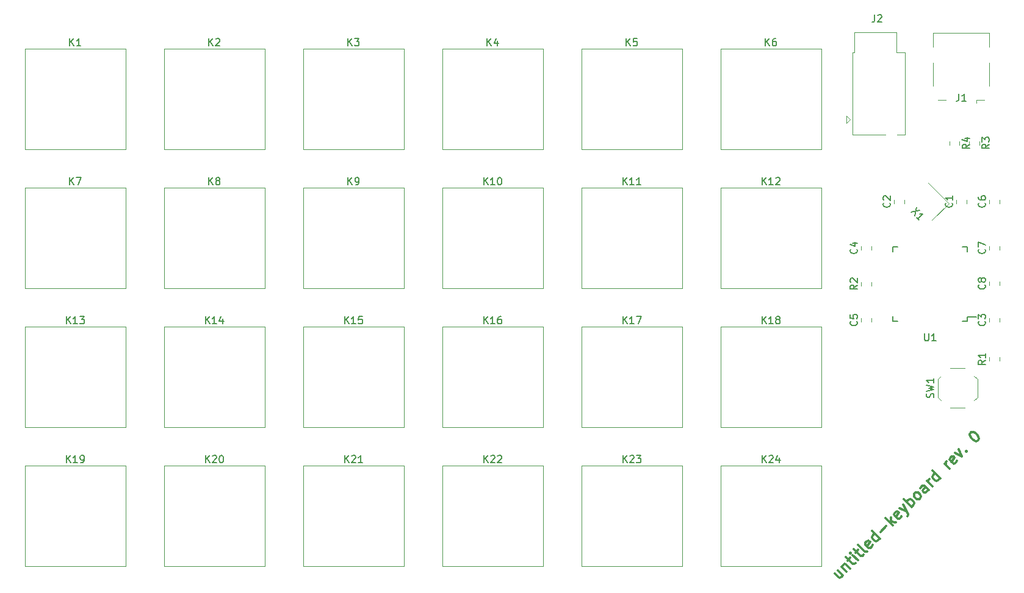
<source format=gto>
G04 #@! TF.GenerationSoftware,KiCad,Pcbnew,(5.1.5)-3*
G04 #@! TF.CreationDate,2020-01-02T00:08:27-06:00*
G04 #@! TF.ProjectId,untitled-keyboard-project,756e7469-746c-4656-942d-6b6579626f61,rev?*
G04 #@! TF.SameCoordinates,Original*
G04 #@! TF.FileFunction,Legend,Top*
G04 #@! TF.FilePolarity,Positive*
%FSLAX46Y46*%
G04 Gerber Fmt 4.6, Leading zero omitted, Abs format (unit mm)*
G04 Created by KiCad (PCBNEW (5.1.5)-3) date 2020-01-02 00:08:27*
%MOMM*%
%LPD*%
G04 APERTURE LIST*
%ADD10C,0.300000*%
%ADD11C,0.120000*%
%ADD12C,0.150000*%
G04 APERTURE END LIST*
D10*
X178972566Y-115720865D02*
X179679672Y-116427972D01*
X178517997Y-116175433D02*
X179073581Y-116731017D01*
X179225104Y-116781525D01*
X179376627Y-116731017D01*
X179528149Y-116579494D01*
X179578657Y-116427972D01*
X179578657Y-116326956D01*
X179477642Y-115215789D02*
X180184749Y-115922895D01*
X179578657Y-115316804D02*
X179578657Y-115215789D01*
X179629165Y-115064266D01*
X179780688Y-114912743D01*
X179932210Y-114862235D01*
X180083733Y-114912743D01*
X180639317Y-115468327D01*
X180285764Y-114407666D02*
X180689825Y-114003605D01*
X180083733Y-113902590D02*
X180992871Y-114811727D01*
X181144394Y-114862235D01*
X181295916Y-114811727D01*
X181396932Y-114710712D01*
X181750485Y-114357159D02*
X181043378Y-113650052D01*
X180689825Y-113296499D02*
X180689825Y-113397514D01*
X180790840Y-113397514D01*
X180790840Y-113296499D01*
X180689825Y-113296499D01*
X180790840Y-113397514D01*
X181396932Y-113296499D02*
X181800993Y-112892438D01*
X181194901Y-112791422D02*
X182104038Y-113700560D01*
X182255561Y-113751067D01*
X182407084Y-113700560D01*
X182508099Y-113599544D01*
X183013176Y-113094468D02*
X182861653Y-113144976D01*
X182710130Y-113094468D01*
X181800993Y-112185331D01*
X183770790Y-112235838D02*
X183720283Y-112387361D01*
X183518252Y-112589392D01*
X183366729Y-112639900D01*
X183215206Y-112589392D01*
X182811145Y-112185331D01*
X182760638Y-112033808D01*
X182811145Y-111882285D01*
X183013176Y-111680255D01*
X183164699Y-111629747D01*
X183316222Y-111680255D01*
X183417237Y-111781270D01*
X183013176Y-112387361D01*
X184780943Y-111326701D02*
X183720283Y-110266041D01*
X184730435Y-111276194D02*
X184679927Y-111427716D01*
X184477897Y-111629747D01*
X184326374Y-111680255D01*
X184225359Y-111680255D01*
X184073836Y-111629747D01*
X183770790Y-111326701D01*
X183720283Y-111175178D01*
X183720283Y-111074163D01*
X183770790Y-110922640D01*
X183972821Y-110720610D01*
X184124344Y-110670102D01*
X184881958Y-110417564D02*
X185690080Y-109609442D01*
X186599217Y-109508427D02*
X185538557Y-108447766D01*
X186296172Y-109003350D02*
X187003278Y-109104366D01*
X186296172Y-108397259D02*
X186296172Y-109205381D01*
X187811400Y-108195228D02*
X187760893Y-108346751D01*
X187558862Y-108548782D01*
X187407339Y-108599289D01*
X187255816Y-108548782D01*
X186851755Y-108144721D01*
X186801248Y-107993198D01*
X186851755Y-107841675D01*
X187053786Y-107639644D01*
X187205309Y-107589137D01*
X187356832Y-107639644D01*
X187457847Y-107740660D01*
X187053786Y-108346751D01*
X187558862Y-107134568D02*
X188518507Y-107589137D01*
X188063938Y-106629492D02*
X188518507Y-107589137D01*
X188670030Y-107942690D01*
X188670030Y-108043705D01*
X188619522Y-108195228D01*
X189175106Y-106932538D02*
X188114446Y-105871877D01*
X188518507Y-106275938D02*
X188569015Y-106124416D01*
X188771045Y-105922385D01*
X188922568Y-105871877D01*
X189023583Y-105871877D01*
X189175106Y-105922385D01*
X189478152Y-106225431D01*
X189528660Y-106376954D01*
X189528660Y-106477969D01*
X189478152Y-106629492D01*
X189276122Y-106831522D01*
X189124599Y-106882030D01*
X190286274Y-105821370D02*
X190134751Y-105871877D01*
X190033736Y-105871877D01*
X189882213Y-105821370D01*
X189579167Y-105518324D01*
X189528660Y-105366801D01*
X189528660Y-105265786D01*
X189579167Y-105114263D01*
X189730690Y-104962740D01*
X189882213Y-104912233D01*
X189983228Y-104912233D01*
X190134751Y-104962740D01*
X190437797Y-105265786D01*
X190488305Y-105417309D01*
X190488305Y-105518324D01*
X190437797Y-105669847D01*
X190286274Y-105821370D01*
X191548965Y-104558679D02*
X190993381Y-104003095D01*
X190841858Y-103952588D01*
X190690335Y-104003095D01*
X190488305Y-104205126D01*
X190437797Y-104356649D01*
X191498457Y-104508172D02*
X191447950Y-104659694D01*
X191195411Y-104912233D01*
X191043888Y-104962740D01*
X190892366Y-104912233D01*
X190791350Y-104811217D01*
X190740843Y-104659694D01*
X190791350Y-104508172D01*
X191043888Y-104255633D01*
X191094396Y-104104111D01*
X192054041Y-104053603D02*
X191346934Y-103346496D01*
X191548965Y-103548527D02*
X191498457Y-103397004D01*
X191498457Y-103295988D01*
X191548965Y-103144466D01*
X191649980Y-103043450D01*
X193165209Y-102942435D02*
X192104549Y-101881775D01*
X193114701Y-102891927D02*
X193064194Y-103043450D01*
X192862163Y-103245481D01*
X192710640Y-103295988D01*
X192609625Y-103295988D01*
X192458102Y-103245481D01*
X192155056Y-102942435D01*
X192104549Y-102790912D01*
X192104549Y-102689897D01*
X192155056Y-102538374D01*
X192357087Y-102336344D01*
X192508610Y-102285836D01*
X194478407Y-101629237D02*
X193771300Y-100922130D01*
X193973331Y-101124161D02*
X193922823Y-100972638D01*
X193922823Y-100871622D01*
X193973331Y-100720099D01*
X194074346Y-100619084D01*
X195488560Y-100518069D02*
X195438052Y-100669592D01*
X195236022Y-100871622D01*
X195084499Y-100922130D01*
X194932976Y-100871622D01*
X194528915Y-100467561D01*
X194478407Y-100316038D01*
X194528915Y-100164516D01*
X194730945Y-99962485D01*
X194882468Y-99911977D01*
X195033991Y-99962485D01*
X195135006Y-100063500D01*
X194730945Y-100669592D01*
X195236022Y-99457409D02*
X196195666Y-99911977D01*
X195741098Y-98952333D01*
X196751250Y-99154363D02*
X196852266Y-99154363D01*
X196852266Y-99255378D01*
X196751250Y-99255378D01*
X196751250Y-99154363D01*
X196852266Y-99255378D01*
X197306834Y-96679489D02*
X197407850Y-96578474D01*
X197559372Y-96527966D01*
X197660388Y-96527966D01*
X197811911Y-96578474D01*
X198064449Y-96729997D01*
X198316987Y-96982535D01*
X198468510Y-97235073D01*
X198519017Y-97386596D01*
X198519017Y-97487611D01*
X198468510Y-97639134D01*
X198367494Y-97740149D01*
X198215972Y-97790657D01*
X198114956Y-97790657D01*
X197963433Y-97740149D01*
X197710895Y-97588627D01*
X197458357Y-97336088D01*
X197306834Y-97083550D01*
X197256327Y-96932027D01*
X197256327Y-96831012D01*
X197306834Y-96679489D01*
D11*
X124079000Y-115189000D02*
X124079000Y-101219000D01*
X138049000Y-115189000D02*
X124079000Y-115189000D01*
X138049000Y-101219000D02*
X138049000Y-115189000D01*
X124079000Y-101219000D02*
X138049000Y-101219000D01*
X192830000Y-91674000D02*
X192830000Y-89174000D01*
X194580000Y-93174000D02*
X196580000Y-93174000D01*
X198330000Y-91674000D02*
X198330000Y-89174000D01*
X194580000Y-87674000D02*
X196580000Y-87674000D01*
X193280000Y-92124000D02*
X192830000Y-91674000D01*
X193280000Y-88724000D02*
X192830000Y-89174000D01*
X197880000Y-88724000D02*
X198330000Y-89174000D01*
X197880000Y-92124000D02*
X198330000Y-91674000D01*
X201370000Y-86667078D02*
X201370000Y-86149922D01*
X199950000Y-86667078D02*
X199950000Y-86149922D01*
X201370000Y-64774578D02*
X201370000Y-64257422D01*
X199950000Y-64774578D02*
X199950000Y-64257422D01*
X201370000Y-81221078D02*
X201370000Y-80703922D01*
X199950000Y-81221078D02*
X199950000Y-80703922D01*
X201370000Y-71203078D02*
X201370000Y-70685922D01*
X199950000Y-71203078D02*
X199950000Y-70685922D01*
D12*
X196945000Y-80546000D02*
X198220000Y-80546000D01*
X186595000Y-81121000D02*
X187270000Y-81121000D01*
X186595000Y-70771000D02*
X187270000Y-70771000D01*
X196945000Y-70771000D02*
X196270000Y-70771000D01*
X196945000Y-81121000D02*
X196270000Y-81121000D01*
X196945000Y-70771000D02*
X196945000Y-71446000D01*
X186595000Y-70771000D02*
X186595000Y-71446000D01*
X186595000Y-81121000D02*
X186595000Y-80446000D01*
X196945000Y-81121000D02*
X196945000Y-80546000D01*
D11*
X201370000Y-76156078D02*
X201370000Y-75638922D01*
X199950000Y-76156078D02*
X199950000Y-75638922D01*
X188162000Y-64774578D02*
X188162000Y-64257422D01*
X186742000Y-64774578D02*
X186742000Y-64257422D01*
X196798000Y-64774578D02*
X196798000Y-64257422D01*
X195378000Y-64774578D02*
X195378000Y-64257422D01*
X199998000Y-41080000D02*
X199998000Y-43030000D01*
X199998000Y-45250000D02*
X199998000Y-48480000D01*
X199278000Y-50400000D02*
X198198000Y-50400000D01*
X193978000Y-50400000D02*
X192898000Y-50400000D01*
X192178000Y-45250000D02*
X192178000Y-48480000D01*
X192178000Y-41080000D02*
X192178000Y-43030000D01*
X198198000Y-50400000D02*
X198198000Y-50830000D01*
X192178000Y-41080000D02*
X199998000Y-41080000D01*
X194428000Y-56129422D02*
X194428000Y-56646578D01*
X195848000Y-56129422D02*
X195848000Y-56646578D01*
X197156000Y-56129422D02*
X197156000Y-56646578D01*
X198576000Y-56129422D02*
X198576000Y-56646578D01*
X183590000Y-76204578D02*
X183590000Y-75687422D01*
X182170000Y-76204578D02*
X182170000Y-75687422D01*
X181264000Y-43786000D02*
X181264000Y-40986000D01*
X187064000Y-43786000D02*
X187064000Y-40986000D01*
X188264000Y-43786000D02*
X188264000Y-55186000D01*
X187064000Y-40986000D02*
X181264000Y-40986000D01*
X180964000Y-43786000D02*
X181264000Y-43786000D01*
X187064000Y-43786000D02*
X188264000Y-43786000D01*
X188264000Y-55186000D02*
X187164000Y-55186000D01*
X180964000Y-55186000D02*
X185564000Y-55186000D01*
X180964000Y-43786000D02*
X180964000Y-55186000D01*
X180664000Y-53086000D02*
X180164000Y-52586000D01*
X180164000Y-52586000D02*
X180164000Y-53586000D01*
X180164000Y-53586000D02*
X180664000Y-53086000D01*
X182170000Y-81236078D02*
X182170000Y-80718922D01*
X183590000Y-81236078D02*
X183590000Y-80718922D01*
X183590000Y-71203078D02*
X183590000Y-70685922D01*
X182170000Y-71203078D02*
X182170000Y-70685922D01*
X192017487Y-67096940D02*
X194350940Y-64763487D01*
X194350940Y-64763487D02*
X191522513Y-61935060D01*
X66167000Y-43307000D02*
X80137000Y-43307000D01*
X80137000Y-43307000D02*
X80137000Y-57277000D01*
X80137000Y-57277000D02*
X66167000Y-57277000D01*
X66167000Y-57277000D02*
X66167000Y-43307000D01*
X85471000Y-43307000D02*
X99441000Y-43307000D01*
X99441000Y-43307000D02*
X99441000Y-57277000D01*
X99441000Y-57277000D02*
X85471000Y-57277000D01*
X85471000Y-57277000D02*
X85471000Y-43307000D01*
X104775000Y-43307000D02*
X118745000Y-43307000D01*
X118745000Y-43307000D02*
X118745000Y-57277000D01*
X118745000Y-57277000D02*
X104775000Y-57277000D01*
X104775000Y-57277000D02*
X104775000Y-43307000D01*
X124079000Y-43307000D02*
X138049000Y-43307000D01*
X138049000Y-43307000D02*
X138049000Y-57277000D01*
X138049000Y-57277000D02*
X124079000Y-57277000D01*
X124079000Y-57277000D02*
X124079000Y-43307000D01*
X143383000Y-57277000D02*
X143383000Y-43307000D01*
X157353000Y-57277000D02*
X143383000Y-57277000D01*
X157353000Y-43307000D02*
X157353000Y-57277000D01*
X143383000Y-43307000D02*
X157353000Y-43307000D01*
X162687000Y-57277000D02*
X162687000Y-43307000D01*
X176657000Y-57277000D02*
X162687000Y-57277000D01*
X176657000Y-43307000D02*
X176657000Y-57277000D01*
X162687000Y-43307000D02*
X176657000Y-43307000D01*
X66167000Y-62611000D02*
X80137000Y-62611000D01*
X80137000Y-62611000D02*
X80137000Y-76581000D01*
X80137000Y-76581000D02*
X66167000Y-76581000D01*
X66167000Y-76581000D02*
X66167000Y-62611000D01*
X85471000Y-62611000D02*
X99441000Y-62611000D01*
X99441000Y-62611000D02*
X99441000Y-76581000D01*
X99441000Y-76581000D02*
X85471000Y-76581000D01*
X85471000Y-76581000D02*
X85471000Y-62611000D01*
X104775000Y-62611000D02*
X118745000Y-62611000D01*
X118745000Y-62611000D02*
X118745000Y-76581000D01*
X118745000Y-76581000D02*
X104775000Y-76581000D01*
X104775000Y-76581000D02*
X104775000Y-62611000D01*
X124079000Y-62611000D02*
X138049000Y-62611000D01*
X138049000Y-62611000D02*
X138049000Y-76581000D01*
X138049000Y-76581000D02*
X124079000Y-76581000D01*
X124079000Y-76581000D02*
X124079000Y-62611000D01*
X143383000Y-76581000D02*
X143383000Y-62611000D01*
X157353000Y-76581000D02*
X143383000Y-76581000D01*
X157353000Y-62611000D02*
X157353000Y-76581000D01*
X143383000Y-62611000D02*
X157353000Y-62611000D01*
X162687000Y-76581000D02*
X162687000Y-62611000D01*
X176657000Y-76581000D02*
X162687000Y-76581000D01*
X176657000Y-62611000D02*
X176657000Y-76581000D01*
X162687000Y-62611000D02*
X176657000Y-62611000D01*
X66167000Y-95885000D02*
X66167000Y-81915000D01*
X80137000Y-95885000D02*
X66167000Y-95885000D01*
X80137000Y-81915000D02*
X80137000Y-95885000D01*
X66167000Y-81915000D02*
X80137000Y-81915000D01*
X85471000Y-95885000D02*
X85471000Y-81915000D01*
X99441000Y-95885000D02*
X85471000Y-95885000D01*
X99441000Y-81915000D02*
X99441000Y-95885000D01*
X85471000Y-81915000D02*
X99441000Y-81915000D01*
X104775000Y-95885000D02*
X104775000Y-81915000D01*
X118745000Y-95885000D02*
X104775000Y-95885000D01*
X118745000Y-81915000D02*
X118745000Y-95885000D01*
X104775000Y-81915000D02*
X118745000Y-81915000D01*
X124079000Y-95885000D02*
X124079000Y-81915000D01*
X138049000Y-95885000D02*
X124079000Y-95885000D01*
X138049000Y-81915000D02*
X138049000Y-95885000D01*
X124079000Y-81915000D02*
X138049000Y-81915000D01*
X143383000Y-81915000D02*
X157353000Y-81915000D01*
X157353000Y-81915000D02*
X157353000Y-95885000D01*
X157353000Y-95885000D02*
X143383000Y-95885000D01*
X143383000Y-95885000D02*
X143383000Y-81915000D01*
X162687000Y-95885000D02*
X162687000Y-81915000D01*
X176657000Y-95885000D02*
X162687000Y-95885000D01*
X176657000Y-81915000D02*
X176657000Y-95885000D01*
X162687000Y-81915000D02*
X176657000Y-81915000D01*
X66167000Y-115189000D02*
X66167000Y-101219000D01*
X80137000Y-115189000D02*
X66167000Y-115189000D01*
X80137000Y-101219000D02*
X80137000Y-115189000D01*
X66167000Y-101219000D02*
X80137000Y-101219000D01*
X85471000Y-115189000D02*
X85471000Y-101219000D01*
X99441000Y-115189000D02*
X85471000Y-115189000D01*
X99441000Y-101219000D02*
X99441000Y-115189000D01*
X85471000Y-101219000D02*
X99441000Y-101219000D01*
X104775000Y-101219000D02*
X118745000Y-101219000D01*
X118745000Y-101219000D02*
X118745000Y-115189000D01*
X118745000Y-115189000D02*
X104775000Y-115189000D01*
X104775000Y-115189000D02*
X104775000Y-101219000D01*
X143383000Y-101219000D02*
X157353000Y-101219000D01*
X157353000Y-101219000D02*
X157353000Y-115189000D01*
X157353000Y-115189000D02*
X143383000Y-115189000D01*
X143383000Y-115189000D02*
X143383000Y-101219000D01*
X162687000Y-101219000D02*
X176657000Y-101219000D01*
X176657000Y-101219000D02*
X176657000Y-115189000D01*
X176657000Y-115189000D02*
X162687000Y-115189000D01*
X162687000Y-115189000D02*
X162687000Y-101219000D01*
D12*
X129849714Y-100782380D02*
X129849714Y-99782380D01*
X130421142Y-100782380D02*
X129992571Y-100210952D01*
X130421142Y-99782380D02*
X129849714Y-100353809D01*
X130802095Y-99877619D02*
X130849714Y-99830000D01*
X130944952Y-99782380D01*
X131183047Y-99782380D01*
X131278285Y-99830000D01*
X131325904Y-99877619D01*
X131373523Y-99972857D01*
X131373523Y-100068095D01*
X131325904Y-100210952D01*
X130754476Y-100782380D01*
X131373523Y-100782380D01*
X131754476Y-99877619D02*
X131802095Y-99830000D01*
X131897333Y-99782380D01*
X132135428Y-99782380D01*
X132230666Y-99830000D01*
X132278285Y-99877619D01*
X132325904Y-99972857D01*
X132325904Y-100068095D01*
X132278285Y-100210952D01*
X131706857Y-100782380D01*
X132325904Y-100782380D01*
X192234761Y-91757333D02*
X192282380Y-91614476D01*
X192282380Y-91376380D01*
X192234761Y-91281142D01*
X192187142Y-91233523D01*
X192091904Y-91185904D01*
X191996666Y-91185904D01*
X191901428Y-91233523D01*
X191853809Y-91281142D01*
X191806190Y-91376380D01*
X191758571Y-91566857D01*
X191710952Y-91662095D01*
X191663333Y-91709714D01*
X191568095Y-91757333D01*
X191472857Y-91757333D01*
X191377619Y-91709714D01*
X191330000Y-91662095D01*
X191282380Y-91566857D01*
X191282380Y-91328761D01*
X191330000Y-91185904D01*
X191282380Y-90852571D02*
X192282380Y-90614476D01*
X191568095Y-90424000D01*
X192282380Y-90233523D01*
X191282380Y-89995428D01*
X192282380Y-89090666D02*
X192282380Y-89662095D01*
X192282380Y-89376380D02*
X191282380Y-89376380D01*
X191425238Y-89471619D01*
X191520476Y-89566857D01*
X191568095Y-89662095D01*
X199462380Y-86575166D02*
X198986190Y-86908500D01*
X199462380Y-87146595D02*
X198462380Y-87146595D01*
X198462380Y-86765642D01*
X198510000Y-86670404D01*
X198557619Y-86622785D01*
X198652857Y-86575166D01*
X198795714Y-86575166D01*
X198890952Y-86622785D01*
X198938571Y-86670404D01*
X198986190Y-86765642D01*
X198986190Y-87146595D01*
X199462380Y-85622785D02*
X199462380Y-86194214D01*
X199462380Y-85908500D02*
X198462380Y-85908500D01*
X198605238Y-86003738D01*
X198700476Y-86098976D01*
X198748095Y-86194214D01*
X199367142Y-64682666D02*
X199414761Y-64730285D01*
X199462380Y-64873142D01*
X199462380Y-64968380D01*
X199414761Y-65111238D01*
X199319523Y-65206476D01*
X199224285Y-65254095D01*
X199033809Y-65301714D01*
X198890952Y-65301714D01*
X198700476Y-65254095D01*
X198605238Y-65206476D01*
X198510000Y-65111238D01*
X198462380Y-64968380D01*
X198462380Y-64873142D01*
X198510000Y-64730285D01*
X198557619Y-64682666D01*
X198462380Y-63825523D02*
X198462380Y-64016000D01*
X198510000Y-64111238D01*
X198557619Y-64158857D01*
X198700476Y-64254095D01*
X198890952Y-64301714D01*
X199271904Y-64301714D01*
X199367142Y-64254095D01*
X199414761Y-64206476D01*
X199462380Y-64111238D01*
X199462380Y-63920761D01*
X199414761Y-63825523D01*
X199367142Y-63777904D01*
X199271904Y-63730285D01*
X199033809Y-63730285D01*
X198938571Y-63777904D01*
X198890952Y-63825523D01*
X198843333Y-63920761D01*
X198843333Y-64111238D01*
X198890952Y-64206476D01*
X198938571Y-64254095D01*
X199033809Y-64301714D01*
X199367142Y-81129166D02*
X199414761Y-81176785D01*
X199462380Y-81319642D01*
X199462380Y-81414880D01*
X199414761Y-81557738D01*
X199319523Y-81652976D01*
X199224285Y-81700595D01*
X199033809Y-81748214D01*
X198890952Y-81748214D01*
X198700476Y-81700595D01*
X198605238Y-81652976D01*
X198510000Y-81557738D01*
X198462380Y-81414880D01*
X198462380Y-81319642D01*
X198510000Y-81176785D01*
X198557619Y-81129166D01*
X198462380Y-80795833D02*
X198462380Y-80176785D01*
X198843333Y-80510119D01*
X198843333Y-80367261D01*
X198890952Y-80272023D01*
X198938571Y-80224404D01*
X199033809Y-80176785D01*
X199271904Y-80176785D01*
X199367142Y-80224404D01*
X199414761Y-80272023D01*
X199462380Y-80367261D01*
X199462380Y-80652976D01*
X199414761Y-80748214D01*
X199367142Y-80795833D01*
X199367142Y-71111166D02*
X199414761Y-71158785D01*
X199462380Y-71301642D01*
X199462380Y-71396880D01*
X199414761Y-71539738D01*
X199319523Y-71634976D01*
X199224285Y-71682595D01*
X199033809Y-71730214D01*
X198890952Y-71730214D01*
X198700476Y-71682595D01*
X198605238Y-71634976D01*
X198510000Y-71539738D01*
X198462380Y-71396880D01*
X198462380Y-71301642D01*
X198510000Y-71158785D01*
X198557619Y-71111166D01*
X198462380Y-70777833D02*
X198462380Y-70111166D01*
X199462380Y-70539738D01*
X191008095Y-82848380D02*
X191008095Y-83657904D01*
X191055714Y-83753142D01*
X191103333Y-83800761D01*
X191198571Y-83848380D01*
X191389047Y-83848380D01*
X191484285Y-83800761D01*
X191531904Y-83753142D01*
X191579523Y-83657904D01*
X191579523Y-82848380D01*
X192579523Y-83848380D02*
X192008095Y-83848380D01*
X192293809Y-83848380D02*
X192293809Y-82848380D01*
X192198571Y-82991238D01*
X192103333Y-83086476D01*
X192008095Y-83134095D01*
X199367142Y-76064166D02*
X199414761Y-76111785D01*
X199462380Y-76254642D01*
X199462380Y-76349880D01*
X199414761Y-76492738D01*
X199319523Y-76587976D01*
X199224285Y-76635595D01*
X199033809Y-76683214D01*
X198890952Y-76683214D01*
X198700476Y-76635595D01*
X198605238Y-76587976D01*
X198510000Y-76492738D01*
X198462380Y-76349880D01*
X198462380Y-76254642D01*
X198510000Y-76111785D01*
X198557619Y-76064166D01*
X198890952Y-75492738D02*
X198843333Y-75587976D01*
X198795714Y-75635595D01*
X198700476Y-75683214D01*
X198652857Y-75683214D01*
X198557619Y-75635595D01*
X198510000Y-75587976D01*
X198462380Y-75492738D01*
X198462380Y-75302261D01*
X198510000Y-75207023D01*
X198557619Y-75159404D01*
X198652857Y-75111785D01*
X198700476Y-75111785D01*
X198795714Y-75159404D01*
X198843333Y-75207023D01*
X198890952Y-75302261D01*
X198890952Y-75492738D01*
X198938571Y-75587976D01*
X198986190Y-75635595D01*
X199081428Y-75683214D01*
X199271904Y-75683214D01*
X199367142Y-75635595D01*
X199414761Y-75587976D01*
X199462380Y-75492738D01*
X199462380Y-75302261D01*
X199414761Y-75207023D01*
X199367142Y-75159404D01*
X199271904Y-75111785D01*
X199081428Y-75111785D01*
X198986190Y-75159404D01*
X198938571Y-75207023D01*
X198890952Y-75302261D01*
X186159142Y-64682666D02*
X186206761Y-64730285D01*
X186254380Y-64873142D01*
X186254380Y-64968380D01*
X186206761Y-65111238D01*
X186111523Y-65206476D01*
X186016285Y-65254095D01*
X185825809Y-65301714D01*
X185682952Y-65301714D01*
X185492476Y-65254095D01*
X185397238Y-65206476D01*
X185302000Y-65111238D01*
X185254380Y-64968380D01*
X185254380Y-64873142D01*
X185302000Y-64730285D01*
X185349619Y-64682666D01*
X185349619Y-64301714D02*
X185302000Y-64254095D01*
X185254380Y-64158857D01*
X185254380Y-63920761D01*
X185302000Y-63825523D01*
X185349619Y-63777904D01*
X185444857Y-63730285D01*
X185540095Y-63730285D01*
X185682952Y-63777904D01*
X186254380Y-64349333D01*
X186254380Y-63730285D01*
X194795142Y-64682666D02*
X194842761Y-64730285D01*
X194890380Y-64873142D01*
X194890380Y-64968380D01*
X194842761Y-65111238D01*
X194747523Y-65206476D01*
X194652285Y-65254095D01*
X194461809Y-65301714D01*
X194318952Y-65301714D01*
X194128476Y-65254095D01*
X194033238Y-65206476D01*
X193938000Y-65111238D01*
X193890380Y-64968380D01*
X193890380Y-64873142D01*
X193938000Y-64730285D01*
X193985619Y-64682666D01*
X194890380Y-63730285D02*
X194890380Y-64301714D01*
X194890380Y-64016000D02*
X193890380Y-64016000D01*
X194033238Y-64111238D01*
X194128476Y-64206476D01*
X194176095Y-64301714D01*
X195754666Y-49554880D02*
X195754666Y-50269166D01*
X195707047Y-50412023D01*
X195611809Y-50507261D01*
X195468952Y-50554880D01*
X195373714Y-50554880D01*
X196754666Y-50554880D02*
X196183238Y-50554880D01*
X196468952Y-50554880D02*
X196468952Y-49554880D01*
X196373714Y-49697738D01*
X196278476Y-49792976D01*
X196183238Y-49840595D01*
X197240380Y-56554666D02*
X196764190Y-56888000D01*
X197240380Y-57126095D02*
X196240380Y-57126095D01*
X196240380Y-56745142D01*
X196288000Y-56649904D01*
X196335619Y-56602285D01*
X196430857Y-56554666D01*
X196573714Y-56554666D01*
X196668952Y-56602285D01*
X196716571Y-56649904D01*
X196764190Y-56745142D01*
X196764190Y-57126095D01*
X196573714Y-55697523D02*
X197240380Y-55697523D01*
X196192761Y-55935619D02*
X196907047Y-56173714D01*
X196907047Y-55554666D01*
X199968380Y-56554666D02*
X199492190Y-56888000D01*
X199968380Y-57126095D02*
X198968380Y-57126095D01*
X198968380Y-56745142D01*
X199016000Y-56649904D01*
X199063619Y-56602285D01*
X199158857Y-56554666D01*
X199301714Y-56554666D01*
X199396952Y-56602285D01*
X199444571Y-56649904D01*
X199492190Y-56745142D01*
X199492190Y-57126095D01*
X198968380Y-56221333D02*
X198968380Y-55602285D01*
X199349333Y-55935619D01*
X199349333Y-55792761D01*
X199396952Y-55697523D01*
X199444571Y-55649904D01*
X199539809Y-55602285D01*
X199777904Y-55602285D01*
X199873142Y-55649904D01*
X199920761Y-55697523D01*
X199968380Y-55792761D01*
X199968380Y-56078476D01*
X199920761Y-56173714D01*
X199873142Y-56221333D01*
X181682380Y-76112666D02*
X181206190Y-76446000D01*
X181682380Y-76684095D02*
X180682380Y-76684095D01*
X180682380Y-76303142D01*
X180730000Y-76207904D01*
X180777619Y-76160285D01*
X180872857Y-76112666D01*
X181015714Y-76112666D01*
X181110952Y-76160285D01*
X181158571Y-76207904D01*
X181206190Y-76303142D01*
X181206190Y-76684095D01*
X180777619Y-75731714D02*
X180730000Y-75684095D01*
X180682380Y-75588857D01*
X180682380Y-75350761D01*
X180730000Y-75255523D01*
X180777619Y-75207904D01*
X180872857Y-75160285D01*
X180968095Y-75160285D01*
X181110952Y-75207904D01*
X181682380Y-75779333D01*
X181682380Y-75160285D01*
X184070666Y-38568380D02*
X184070666Y-39282666D01*
X184023047Y-39425523D01*
X183927809Y-39520761D01*
X183784952Y-39568380D01*
X183689714Y-39568380D01*
X184499238Y-38663619D02*
X184546857Y-38616000D01*
X184642095Y-38568380D01*
X184880190Y-38568380D01*
X184975428Y-38616000D01*
X185023047Y-38663619D01*
X185070666Y-38758857D01*
X185070666Y-38854095D01*
X185023047Y-38996952D01*
X184451619Y-39568380D01*
X185070666Y-39568380D01*
X181587142Y-81144166D02*
X181634761Y-81191785D01*
X181682380Y-81334642D01*
X181682380Y-81429880D01*
X181634761Y-81572738D01*
X181539523Y-81667976D01*
X181444285Y-81715595D01*
X181253809Y-81763214D01*
X181110952Y-81763214D01*
X180920476Y-81715595D01*
X180825238Y-81667976D01*
X180730000Y-81572738D01*
X180682380Y-81429880D01*
X180682380Y-81334642D01*
X180730000Y-81191785D01*
X180777619Y-81144166D01*
X180682380Y-80239404D02*
X180682380Y-80715595D01*
X181158571Y-80763214D01*
X181110952Y-80715595D01*
X181063333Y-80620357D01*
X181063333Y-80382261D01*
X181110952Y-80287023D01*
X181158571Y-80239404D01*
X181253809Y-80191785D01*
X181491904Y-80191785D01*
X181587142Y-80239404D01*
X181634761Y-80287023D01*
X181682380Y-80382261D01*
X181682380Y-80620357D01*
X181634761Y-80715595D01*
X181587142Y-80763214D01*
X181587142Y-71111166D02*
X181634761Y-71158785D01*
X181682380Y-71301642D01*
X181682380Y-71396880D01*
X181634761Y-71539738D01*
X181539523Y-71634976D01*
X181444285Y-71682595D01*
X181253809Y-71730214D01*
X181110952Y-71730214D01*
X180920476Y-71682595D01*
X180825238Y-71634976D01*
X180730000Y-71539738D01*
X180682380Y-71396880D01*
X180682380Y-71301642D01*
X180730000Y-71158785D01*
X180777619Y-71111166D01*
X181015714Y-70254023D02*
X181682380Y-70254023D01*
X180634761Y-70492119D02*
X181349047Y-70730214D01*
X181349047Y-70111166D01*
X189852393Y-65288767D02*
X189616691Y-66467278D01*
X190323797Y-65760171D02*
X189145286Y-65995873D01*
X190256454Y-67107041D02*
X189852393Y-66702980D01*
X190054423Y-66905011D02*
X190761530Y-66197904D01*
X190593171Y-66231576D01*
X190458484Y-66231576D01*
X190357469Y-66197904D01*
X72413904Y-42870380D02*
X72413904Y-41870380D01*
X72985333Y-42870380D02*
X72556761Y-42298952D01*
X72985333Y-41870380D02*
X72413904Y-42441809D01*
X73937714Y-42870380D02*
X73366285Y-42870380D01*
X73652000Y-42870380D02*
X73652000Y-41870380D01*
X73556761Y-42013238D01*
X73461523Y-42108476D01*
X73366285Y-42156095D01*
X91717904Y-42870380D02*
X91717904Y-41870380D01*
X92289333Y-42870380D02*
X91860761Y-42298952D01*
X92289333Y-41870380D02*
X91717904Y-42441809D01*
X92670285Y-41965619D02*
X92717904Y-41918000D01*
X92813142Y-41870380D01*
X93051238Y-41870380D01*
X93146476Y-41918000D01*
X93194095Y-41965619D01*
X93241714Y-42060857D01*
X93241714Y-42156095D01*
X93194095Y-42298952D01*
X92622666Y-42870380D01*
X93241714Y-42870380D01*
X111021904Y-42870380D02*
X111021904Y-41870380D01*
X111593333Y-42870380D02*
X111164761Y-42298952D01*
X111593333Y-41870380D02*
X111021904Y-42441809D01*
X111926666Y-41870380D02*
X112545714Y-41870380D01*
X112212380Y-42251333D01*
X112355238Y-42251333D01*
X112450476Y-42298952D01*
X112498095Y-42346571D01*
X112545714Y-42441809D01*
X112545714Y-42679904D01*
X112498095Y-42775142D01*
X112450476Y-42822761D01*
X112355238Y-42870380D01*
X112069523Y-42870380D01*
X111974285Y-42822761D01*
X111926666Y-42775142D01*
X130325904Y-42870380D02*
X130325904Y-41870380D01*
X130897333Y-42870380D02*
X130468761Y-42298952D01*
X130897333Y-41870380D02*
X130325904Y-42441809D01*
X131754476Y-42203714D02*
X131754476Y-42870380D01*
X131516380Y-41822761D02*
X131278285Y-42537047D01*
X131897333Y-42537047D01*
X149629904Y-42870380D02*
X149629904Y-41870380D01*
X150201333Y-42870380D02*
X149772761Y-42298952D01*
X150201333Y-41870380D02*
X149629904Y-42441809D01*
X151106095Y-41870380D02*
X150629904Y-41870380D01*
X150582285Y-42346571D01*
X150629904Y-42298952D01*
X150725142Y-42251333D01*
X150963238Y-42251333D01*
X151058476Y-42298952D01*
X151106095Y-42346571D01*
X151153714Y-42441809D01*
X151153714Y-42679904D01*
X151106095Y-42775142D01*
X151058476Y-42822761D01*
X150963238Y-42870380D01*
X150725142Y-42870380D01*
X150629904Y-42822761D01*
X150582285Y-42775142D01*
X168933904Y-42870380D02*
X168933904Y-41870380D01*
X169505333Y-42870380D02*
X169076761Y-42298952D01*
X169505333Y-41870380D02*
X168933904Y-42441809D01*
X170362476Y-41870380D02*
X170172000Y-41870380D01*
X170076761Y-41918000D01*
X170029142Y-41965619D01*
X169933904Y-42108476D01*
X169886285Y-42298952D01*
X169886285Y-42679904D01*
X169933904Y-42775142D01*
X169981523Y-42822761D01*
X170076761Y-42870380D01*
X170267238Y-42870380D01*
X170362476Y-42822761D01*
X170410095Y-42775142D01*
X170457714Y-42679904D01*
X170457714Y-42441809D01*
X170410095Y-42346571D01*
X170362476Y-42298952D01*
X170267238Y-42251333D01*
X170076761Y-42251333D01*
X169981523Y-42298952D01*
X169933904Y-42346571D01*
X169886285Y-42441809D01*
X72413904Y-62174380D02*
X72413904Y-61174380D01*
X72985333Y-62174380D02*
X72556761Y-61602952D01*
X72985333Y-61174380D02*
X72413904Y-61745809D01*
X73318666Y-61174380D02*
X73985333Y-61174380D01*
X73556761Y-62174380D01*
X91717904Y-62174380D02*
X91717904Y-61174380D01*
X92289333Y-62174380D02*
X91860761Y-61602952D01*
X92289333Y-61174380D02*
X91717904Y-61745809D01*
X92860761Y-61602952D02*
X92765523Y-61555333D01*
X92717904Y-61507714D01*
X92670285Y-61412476D01*
X92670285Y-61364857D01*
X92717904Y-61269619D01*
X92765523Y-61222000D01*
X92860761Y-61174380D01*
X93051238Y-61174380D01*
X93146476Y-61222000D01*
X93194095Y-61269619D01*
X93241714Y-61364857D01*
X93241714Y-61412476D01*
X93194095Y-61507714D01*
X93146476Y-61555333D01*
X93051238Y-61602952D01*
X92860761Y-61602952D01*
X92765523Y-61650571D01*
X92717904Y-61698190D01*
X92670285Y-61793428D01*
X92670285Y-61983904D01*
X92717904Y-62079142D01*
X92765523Y-62126761D01*
X92860761Y-62174380D01*
X93051238Y-62174380D01*
X93146476Y-62126761D01*
X93194095Y-62079142D01*
X93241714Y-61983904D01*
X93241714Y-61793428D01*
X93194095Y-61698190D01*
X93146476Y-61650571D01*
X93051238Y-61602952D01*
X111021904Y-62174380D02*
X111021904Y-61174380D01*
X111593333Y-62174380D02*
X111164761Y-61602952D01*
X111593333Y-61174380D02*
X111021904Y-61745809D01*
X112069523Y-62174380D02*
X112260000Y-62174380D01*
X112355238Y-62126761D01*
X112402857Y-62079142D01*
X112498095Y-61936285D01*
X112545714Y-61745809D01*
X112545714Y-61364857D01*
X112498095Y-61269619D01*
X112450476Y-61222000D01*
X112355238Y-61174380D01*
X112164761Y-61174380D01*
X112069523Y-61222000D01*
X112021904Y-61269619D01*
X111974285Y-61364857D01*
X111974285Y-61602952D01*
X112021904Y-61698190D01*
X112069523Y-61745809D01*
X112164761Y-61793428D01*
X112355238Y-61793428D01*
X112450476Y-61745809D01*
X112498095Y-61698190D01*
X112545714Y-61602952D01*
X129849714Y-62174380D02*
X129849714Y-61174380D01*
X130421142Y-62174380D02*
X129992571Y-61602952D01*
X130421142Y-61174380D02*
X129849714Y-61745809D01*
X131373523Y-62174380D02*
X130802095Y-62174380D01*
X131087809Y-62174380D02*
X131087809Y-61174380D01*
X130992571Y-61317238D01*
X130897333Y-61412476D01*
X130802095Y-61460095D01*
X131992571Y-61174380D02*
X132087809Y-61174380D01*
X132183047Y-61222000D01*
X132230666Y-61269619D01*
X132278285Y-61364857D01*
X132325904Y-61555333D01*
X132325904Y-61793428D01*
X132278285Y-61983904D01*
X132230666Y-62079142D01*
X132183047Y-62126761D01*
X132087809Y-62174380D01*
X131992571Y-62174380D01*
X131897333Y-62126761D01*
X131849714Y-62079142D01*
X131802095Y-61983904D01*
X131754476Y-61793428D01*
X131754476Y-61555333D01*
X131802095Y-61364857D01*
X131849714Y-61269619D01*
X131897333Y-61222000D01*
X131992571Y-61174380D01*
X149153714Y-62174380D02*
X149153714Y-61174380D01*
X149725142Y-62174380D02*
X149296571Y-61602952D01*
X149725142Y-61174380D02*
X149153714Y-61745809D01*
X150677523Y-62174380D02*
X150106095Y-62174380D01*
X150391809Y-62174380D02*
X150391809Y-61174380D01*
X150296571Y-61317238D01*
X150201333Y-61412476D01*
X150106095Y-61460095D01*
X151629904Y-62174380D02*
X151058476Y-62174380D01*
X151344190Y-62174380D02*
X151344190Y-61174380D01*
X151248952Y-61317238D01*
X151153714Y-61412476D01*
X151058476Y-61460095D01*
X168457714Y-62174380D02*
X168457714Y-61174380D01*
X169029142Y-62174380D02*
X168600571Y-61602952D01*
X169029142Y-61174380D02*
X168457714Y-61745809D01*
X169981523Y-62174380D02*
X169410095Y-62174380D01*
X169695809Y-62174380D02*
X169695809Y-61174380D01*
X169600571Y-61317238D01*
X169505333Y-61412476D01*
X169410095Y-61460095D01*
X170362476Y-61269619D02*
X170410095Y-61222000D01*
X170505333Y-61174380D01*
X170743428Y-61174380D01*
X170838666Y-61222000D01*
X170886285Y-61269619D01*
X170933904Y-61364857D01*
X170933904Y-61460095D01*
X170886285Y-61602952D01*
X170314857Y-62174380D01*
X170933904Y-62174380D01*
X71937714Y-81478380D02*
X71937714Y-80478380D01*
X72509142Y-81478380D02*
X72080571Y-80906952D01*
X72509142Y-80478380D02*
X71937714Y-81049809D01*
X73461523Y-81478380D02*
X72890095Y-81478380D01*
X73175809Y-81478380D02*
X73175809Y-80478380D01*
X73080571Y-80621238D01*
X72985333Y-80716476D01*
X72890095Y-80764095D01*
X73794857Y-80478380D02*
X74413904Y-80478380D01*
X74080571Y-80859333D01*
X74223428Y-80859333D01*
X74318666Y-80906952D01*
X74366285Y-80954571D01*
X74413904Y-81049809D01*
X74413904Y-81287904D01*
X74366285Y-81383142D01*
X74318666Y-81430761D01*
X74223428Y-81478380D01*
X73937714Y-81478380D01*
X73842476Y-81430761D01*
X73794857Y-81383142D01*
X91241714Y-81478380D02*
X91241714Y-80478380D01*
X91813142Y-81478380D02*
X91384571Y-80906952D01*
X91813142Y-80478380D02*
X91241714Y-81049809D01*
X92765523Y-81478380D02*
X92194095Y-81478380D01*
X92479809Y-81478380D02*
X92479809Y-80478380D01*
X92384571Y-80621238D01*
X92289333Y-80716476D01*
X92194095Y-80764095D01*
X93622666Y-80811714D02*
X93622666Y-81478380D01*
X93384571Y-80430761D02*
X93146476Y-81145047D01*
X93765523Y-81145047D01*
X110545714Y-81478380D02*
X110545714Y-80478380D01*
X111117142Y-81478380D02*
X110688571Y-80906952D01*
X111117142Y-80478380D02*
X110545714Y-81049809D01*
X112069523Y-81478380D02*
X111498095Y-81478380D01*
X111783809Y-81478380D02*
X111783809Y-80478380D01*
X111688571Y-80621238D01*
X111593333Y-80716476D01*
X111498095Y-80764095D01*
X112974285Y-80478380D02*
X112498095Y-80478380D01*
X112450476Y-80954571D01*
X112498095Y-80906952D01*
X112593333Y-80859333D01*
X112831428Y-80859333D01*
X112926666Y-80906952D01*
X112974285Y-80954571D01*
X113021904Y-81049809D01*
X113021904Y-81287904D01*
X112974285Y-81383142D01*
X112926666Y-81430761D01*
X112831428Y-81478380D01*
X112593333Y-81478380D01*
X112498095Y-81430761D01*
X112450476Y-81383142D01*
X129849714Y-81478380D02*
X129849714Y-80478380D01*
X130421142Y-81478380D02*
X129992571Y-80906952D01*
X130421142Y-80478380D02*
X129849714Y-81049809D01*
X131373523Y-81478380D02*
X130802095Y-81478380D01*
X131087809Y-81478380D02*
X131087809Y-80478380D01*
X130992571Y-80621238D01*
X130897333Y-80716476D01*
X130802095Y-80764095D01*
X132230666Y-80478380D02*
X132040190Y-80478380D01*
X131944952Y-80526000D01*
X131897333Y-80573619D01*
X131802095Y-80716476D01*
X131754476Y-80906952D01*
X131754476Y-81287904D01*
X131802095Y-81383142D01*
X131849714Y-81430761D01*
X131944952Y-81478380D01*
X132135428Y-81478380D01*
X132230666Y-81430761D01*
X132278285Y-81383142D01*
X132325904Y-81287904D01*
X132325904Y-81049809D01*
X132278285Y-80954571D01*
X132230666Y-80906952D01*
X132135428Y-80859333D01*
X131944952Y-80859333D01*
X131849714Y-80906952D01*
X131802095Y-80954571D01*
X131754476Y-81049809D01*
X149153714Y-81478380D02*
X149153714Y-80478380D01*
X149725142Y-81478380D02*
X149296571Y-80906952D01*
X149725142Y-80478380D02*
X149153714Y-81049809D01*
X150677523Y-81478380D02*
X150106095Y-81478380D01*
X150391809Y-81478380D02*
X150391809Y-80478380D01*
X150296571Y-80621238D01*
X150201333Y-80716476D01*
X150106095Y-80764095D01*
X151010857Y-80478380D02*
X151677523Y-80478380D01*
X151248952Y-81478380D01*
X168457714Y-81478380D02*
X168457714Y-80478380D01*
X169029142Y-81478380D02*
X168600571Y-80906952D01*
X169029142Y-80478380D02*
X168457714Y-81049809D01*
X169981523Y-81478380D02*
X169410095Y-81478380D01*
X169695809Y-81478380D02*
X169695809Y-80478380D01*
X169600571Y-80621238D01*
X169505333Y-80716476D01*
X169410095Y-80764095D01*
X170552952Y-80906952D02*
X170457714Y-80859333D01*
X170410095Y-80811714D01*
X170362476Y-80716476D01*
X170362476Y-80668857D01*
X170410095Y-80573619D01*
X170457714Y-80526000D01*
X170552952Y-80478380D01*
X170743428Y-80478380D01*
X170838666Y-80526000D01*
X170886285Y-80573619D01*
X170933904Y-80668857D01*
X170933904Y-80716476D01*
X170886285Y-80811714D01*
X170838666Y-80859333D01*
X170743428Y-80906952D01*
X170552952Y-80906952D01*
X170457714Y-80954571D01*
X170410095Y-81002190D01*
X170362476Y-81097428D01*
X170362476Y-81287904D01*
X170410095Y-81383142D01*
X170457714Y-81430761D01*
X170552952Y-81478380D01*
X170743428Y-81478380D01*
X170838666Y-81430761D01*
X170886285Y-81383142D01*
X170933904Y-81287904D01*
X170933904Y-81097428D01*
X170886285Y-81002190D01*
X170838666Y-80954571D01*
X170743428Y-80906952D01*
X71937714Y-100782380D02*
X71937714Y-99782380D01*
X72509142Y-100782380D02*
X72080571Y-100210952D01*
X72509142Y-99782380D02*
X71937714Y-100353809D01*
X73461523Y-100782380D02*
X72890095Y-100782380D01*
X73175809Y-100782380D02*
X73175809Y-99782380D01*
X73080571Y-99925238D01*
X72985333Y-100020476D01*
X72890095Y-100068095D01*
X73937714Y-100782380D02*
X74128190Y-100782380D01*
X74223428Y-100734761D01*
X74271047Y-100687142D01*
X74366285Y-100544285D01*
X74413904Y-100353809D01*
X74413904Y-99972857D01*
X74366285Y-99877619D01*
X74318666Y-99830000D01*
X74223428Y-99782380D01*
X74032952Y-99782380D01*
X73937714Y-99830000D01*
X73890095Y-99877619D01*
X73842476Y-99972857D01*
X73842476Y-100210952D01*
X73890095Y-100306190D01*
X73937714Y-100353809D01*
X74032952Y-100401428D01*
X74223428Y-100401428D01*
X74318666Y-100353809D01*
X74366285Y-100306190D01*
X74413904Y-100210952D01*
X91241714Y-100782380D02*
X91241714Y-99782380D01*
X91813142Y-100782380D02*
X91384571Y-100210952D01*
X91813142Y-99782380D02*
X91241714Y-100353809D01*
X92194095Y-99877619D02*
X92241714Y-99830000D01*
X92336952Y-99782380D01*
X92575047Y-99782380D01*
X92670285Y-99830000D01*
X92717904Y-99877619D01*
X92765523Y-99972857D01*
X92765523Y-100068095D01*
X92717904Y-100210952D01*
X92146476Y-100782380D01*
X92765523Y-100782380D01*
X93384571Y-99782380D02*
X93479809Y-99782380D01*
X93575047Y-99830000D01*
X93622666Y-99877619D01*
X93670285Y-99972857D01*
X93717904Y-100163333D01*
X93717904Y-100401428D01*
X93670285Y-100591904D01*
X93622666Y-100687142D01*
X93575047Y-100734761D01*
X93479809Y-100782380D01*
X93384571Y-100782380D01*
X93289333Y-100734761D01*
X93241714Y-100687142D01*
X93194095Y-100591904D01*
X93146476Y-100401428D01*
X93146476Y-100163333D01*
X93194095Y-99972857D01*
X93241714Y-99877619D01*
X93289333Y-99830000D01*
X93384571Y-99782380D01*
X110545714Y-100782380D02*
X110545714Y-99782380D01*
X111117142Y-100782380D02*
X110688571Y-100210952D01*
X111117142Y-99782380D02*
X110545714Y-100353809D01*
X111498095Y-99877619D02*
X111545714Y-99830000D01*
X111640952Y-99782380D01*
X111879047Y-99782380D01*
X111974285Y-99830000D01*
X112021904Y-99877619D01*
X112069523Y-99972857D01*
X112069523Y-100068095D01*
X112021904Y-100210952D01*
X111450476Y-100782380D01*
X112069523Y-100782380D01*
X113021904Y-100782380D02*
X112450476Y-100782380D01*
X112736190Y-100782380D02*
X112736190Y-99782380D01*
X112640952Y-99925238D01*
X112545714Y-100020476D01*
X112450476Y-100068095D01*
X149153714Y-100782380D02*
X149153714Y-99782380D01*
X149725142Y-100782380D02*
X149296571Y-100210952D01*
X149725142Y-99782380D02*
X149153714Y-100353809D01*
X150106095Y-99877619D02*
X150153714Y-99830000D01*
X150248952Y-99782380D01*
X150487047Y-99782380D01*
X150582285Y-99830000D01*
X150629904Y-99877619D01*
X150677523Y-99972857D01*
X150677523Y-100068095D01*
X150629904Y-100210952D01*
X150058476Y-100782380D01*
X150677523Y-100782380D01*
X151010857Y-99782380D02*
X151629904Y-99782380D01*
X151296571Y-100163333D01*
X151439428Y-100163333D01*
X151534666Y-100210952D01*
X151582285Y-100258571D01*
X151629904Y-100353809D01*
X151629904Y-100591904D01*
X151582285Y-100687142D01*
X151534666Y-100734761D01*
X151439428Y-100782380D01*
X151153714Y-100782380D01*
X151058476Y-100734761D01*
X151010857Y-100687142D01*
X168457714Y-100782380D02*
X168457714Y-99782380D01*
X169029142Y-100782380D02*
X168600571Y-100210952D01*
X169029142Y-99782380D02*
X168457714Y-100353809D01*
X169410095Y-99877619D02*
X169457714Y-99830000D01*
X169552952Y-99782380D01*
X169791047Y-99782380D01*
X169886285Y-99830000D01*
X169933904Y-99877619D01*
X169981523Y-99972857D01*
X169981523Y-100068095D01*
X169933904Y-100210952D01*
X169362476Y-100782380D01*
X169981523Y-100782380D01*
X170838666Y-100115714D02*
X170838666Y-100782380D01*
X170600571Y-99734761D02*
X170362476Y-100449047D01*
X170981523Y-100449047D01*
M02*

</source>
